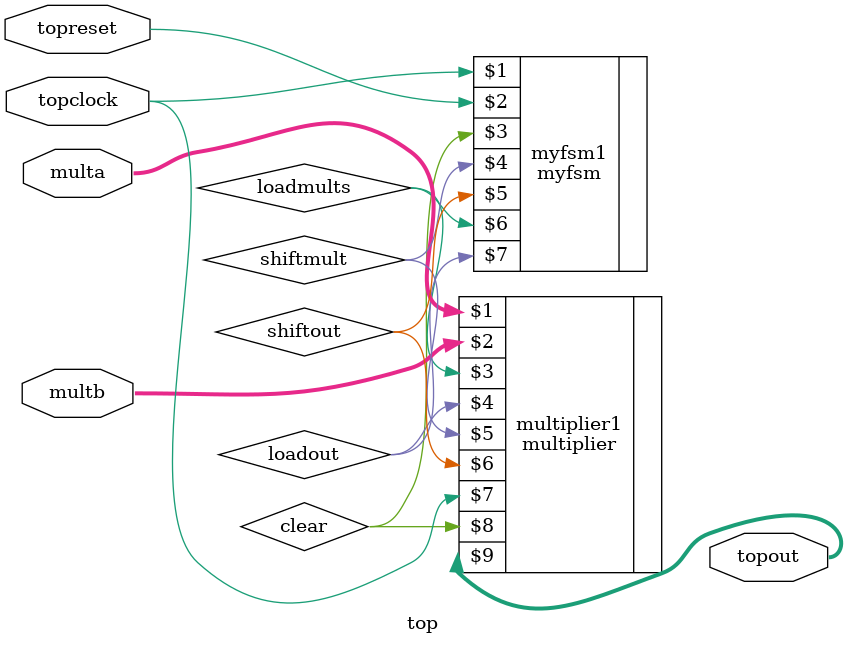
<source format=v>
module top(topclock, topreset, multa, multb, topout);

input topclock, topreset;
input [3:0] multa, multb;
output [7:0] topout;

wire [7:0] topout;
wire loadmults, loadout, shiftmult, shiftout, clear;

myfsm myfsm1(topclock, topreset, clear, shiftmult, shiftout, loadmults, loadout);

multiplier multiplier1(multa, multb, loadmults, loadout, shiftmult, shiftout, topclock, clear, topout);

endmodule
</source>
